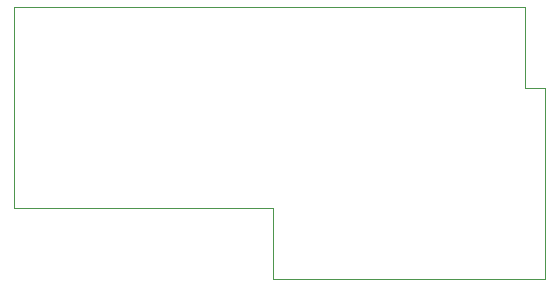
<source format=gko>
G04 Layer_Color=16711935*
%FSLAX25Y25*%
%MOIN*%
G70*
G01*
G75*
%ADD70C,0.00394*%
D70*
X170500Y-27067D02*
Y0D01*
X-0D02*
X170500D01*
Y-27067D02*
X177165D01*
Y-90551D02*
Y-27067D01*
X86221Y-90551D02*
X177165D01*
X86221D02*
Y-66929D01*
X-0D02*
X86221D01*
X-0D02*
Y0D01*
M02*

</source>
